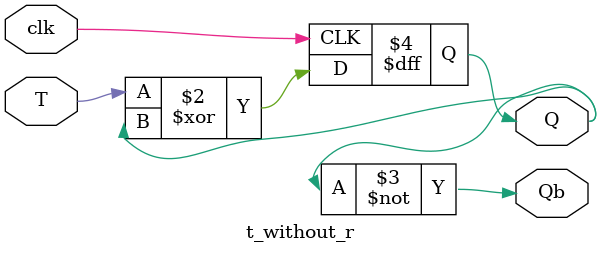
<source format=v>
module t_without_r(clk,T,Q,Qb);
input clk;
input T;
output reg Q;
output Qb;

always@(posedge clk)
begin 
 Q = T^Q;
end
assign Qb = ~Q;
endmodule

</source>
